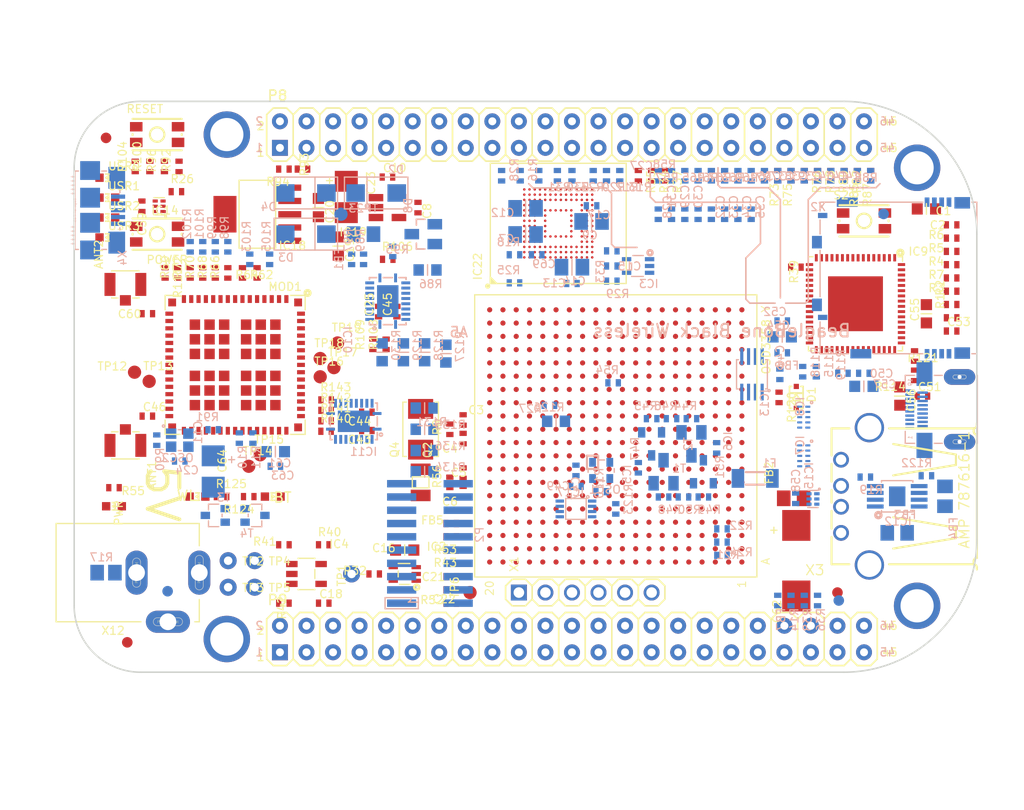
<source format=kicad_pcb>
(kicad_pcb (version 20240108) (generator "pcbnew") (generator_version "8.0")
  (layers (0 "F.Cu" signal "Top") (1 "In1.Cu" signal "VDD") (2 "In2.Cu" signal "Route3") (3 "In3.Cu" signal "Route14") (4 "In4.Cu" signal "DigitalGND") (31 "B.Cu" signal "Bottom") (34 "B.Paste" user) (35 "F.Paste" user) (36 "B.SilkS" user "B.Silkscreen") (37 "F.SilkS" user "F.Silkscreen") (38 "B.Mask" user) (39 "F.Mask" user) (44 "Edge.Cuts" user))
  (net 0 "")
  (net 1 "GND")
  (net 2 "N$6")
  (net 3 "N$7")
  (net 4 "SD.D3")
  (net 5 "SD.D1")
  (net 6 "SD.D0")
  (net 7 "SD.D2")
  (net 8 "SD.CLK")
  (net 9 "SD.CMD")
  (net 10 "N$16")
  (net 11 "N$17")
  (net 12 "N$18")
  (net 13 "LCD.D15.R4--R7")
  (net 14 "LCD.D14.R3--R6")
  (net 15 "LCD.D13.R2--R5")
  (net 16 "LCD.D12.R1--R4")
  (net 17 "LCD.D11.R0--R3")
  (net 18 "LCD.D7.G2--G4")
  (net 19 "LCD.D6.G1--G3")
  (net 20 "LCD.D5.G0--G2")
  (net 21 "LCD.D10.G5--G7")
  (net 22 "LCD.D9.G4--G6")
  (net 23 "LCD.D8.G3--G5")
  (net 24 "LCD.D4.B4--B7")
  (net 25 "LCD.D3.B3--B6")
  (net 26 "LCD.D2.B2--B5")
  (net 27 "LCD.ENABLE")
  (net 28 "LCD.D0.B0--B3")
  (net 29 "LCD.D1.B1--B4")
  (net 30 "LCD.VSYNC")
  (net 31 "LCD.HSYNC")
  (net 32 "LCD.CLOCK")
  (net 33 "N$36")
  (net 34 "N$37")
  (net 35 "N$8")
  (net 36 "AGND")
  (net 37 "VDD_3V3A")
  (net 38 "VDD_CORE")
  (net 39 "VDD_1V8")
  (net 40 "VDD_RTC")
  (net 41 "VDDS_DDR")
  (net 42 "VDDS_PLL")
  (net 43 "VDD_MPU")
  (net 44 "VDD_ADC")
  (net 45 "N$11")
  (net 46 "N$12")
  (net 47 "NC2")
  (net 48 "LS_BUF_OE")
  (net 49 "BT_HCI_TX.SIP")
  (net 50 "BT_HCI_RX.SIP")
  (net 51 "NC4")
  (net 52 "BT_HCI_RTS.SIP")
  (net 53 "BT_HCI_CTS.SIP")
  (net 54 "I2C0_SDA")
  (net 55 "I2C0_SCL")
  (net 56 "USB.CLIENT.D-")
  (net 57 "USB.CLIENT.D+")
  (net 58 "USB.CLIENT.ID")
  (net 59 "USB_DC")
  (net 60 "USB.HOST.D+")
  (net 61 "USB.HOST.D-")
  (net 62 "VDD_5V")
  (net 63 "PWR_BUT")
  (net 64 "VDD_3V3B")
  (net 65 "VIN_BAT")
  (net 66 "BAT_VOLT")
  (net 67 "BAT_TEMP")
  (net 68 "N$22")
  (net 69 "SD.CD")
  (net 70 "PMIC_PGOOD")
  (net 71 "LDO_PGOOD")
  (net 72 "PMIC_INT")
  (net 73 "PMIC_NWAKEUP")
  (net 74 "VDD_3V3AUX")
  (net 75 "AIN0")
  (net 76 "AIN1")
  (net 77 "AIN2")
  (net 78 "AIN3")
  (net 79 "AIN4")
  (net 80 "AIN5")
  (net 81 "AIN6")
  (net 82 "AIN7")
  (net 83 "UART2_RXD")
  (net 84 "UART2_TXD")
  (net 85 "I2C1_SDA")
  (net 86 "I2C1_SCL")
  (net 87 "I2C2_SDA")
  (net 88 "I2C2_SCL")
  (net 89 "UART1_RXD")
  (net 90 "UART1_TXD")
  (net 91 "N$2")
  (net 92 "JTAG_TRSTN")
  (net 93 "JTAG_TMS")
  (net 94 "JTAG_TDI")
  (net 95 "JTAG_TCK")
  (net 96 "JTAG_TDO")
  (net 97 "JTAG_EMU0")
  (net 98 "JTAG_EMU1")
  (net 99 "CLKOUT2")
  (net 100 "N$3")
  (net 101 "XDMA_EVENT_INTRO")
  (net 102 "SYS_RESET#")
  (net 103 "TIMER5")
  (net 104 "TIMER4")
  (net 105 "TIMER7")
  (net 106 "TIMER6")
  (net 107 "UART4_RXD")
  (net 108 "UART4_TXD")
  (net 109 "EHRPWM2B")
  (net 110 "EHRPWM2A")
  (net 111 "EHRPWM1B")
  (net 112 "EHRPWM1A")
  (net 113 "N$28")
  (net 114 "N$29")
  (net 115 "N$30")
  (net 116 "N$31")
  (net 117 "EMMC_RSTN")
  (net 118 "MMC1_DAT0")
  (net 119 "MMC1_DAT1")
  (net 120 "MMC1_DAT2")
  (net 121 "MMC1_DAT3")
  (net 122 "MMC1_DAT4")
  (net 123 "MMC1_DAT5")
  (net 124 "MMC1_DAT6")
  (net 125 "MMC1_DAT7")
  (net 126 "MMC1_CMD")
  (net 127 "MMC1_CLK")
  (net 128 "USR0")
  (net 129 "USR1")
  (net 130 "USR2")
  (net 131 "USR3")
  (net 132 "N$34")
  (net 133 "SYS_5V")
  (net 134 "GPIO1_28")
  (net 135 "GPIO1_29")
  (net 136 "GPIO2_1")
  (net 137 "GPIO0_26")
  (net 138 "GPIO0_27")
  (net 139 "GPIO1_12")
  (net 140 "GPIO1_13")
  (net 141 "GPIO1_14")
  (net 142 "GPIO1_15")
  (net 143 "USB1_OC#")
  (net 144 "GPIO1_16.SIP")
  (net 145 "GPIO1_16")
  (net 146 "GPIO2_0.SIP")
  (net 147 "GPIO1_17")
  (net 148 "HDMICLK_DIS#")
  (net 149 "HDMI_INT")
  (net 150 "N$4")
  (net 151 "GPIO3_21")
  (net 152 "SPI1_SCLK")
  (net 153 "SPI1_D0")
  (net 154 "SPI1_D1")
  (net 155 "SPI1_CS0")
  (net 156 "GPIO3_19")
  (net 157 "N$48")
  (net 158 "N$49")
  (net 159 "GPIO0_7")
  (net 160 "MCU.LCD.CLK")
  (net 161 "MCU.LCD.VS")
  (net 162 "MCU.LCD.HS")
  (net 163 "MCU.LCD.EN")
  (net 164 "N$45")
  (net 165 "N$20")
  (net 166 "USB1_DRVVBUS")
  (net 167 "UART0_TXD")
  (net 168 "UART0_RXD")
  (net 169 "UART0_RST#")
  (net 170 "N$50")
  (net 171 "N$51")
  (net 172 "N$52")
  (net 173 "N$53")
  (net 174 "N$54")
  (net 175 "N$42")
  (net 176 "12M_LOOP")
  (net 177 "N$58")
  (net 178 "12MHZ")
  (net 179 "N$47")
  (net 180 "TX->RX")
  (net 181 "RX<-TX")
  (net 182 "HDMI_1V8")
  (net 183 "TEST")
  (net 184 "DVI_5V")
  (net 185 "HDMI.DSDA")
  (net 186 "HDMI.DSCL")
  (net 187 "EXT_SWING")
  (net 188 "HPD")
  (net 189 "CEC")
  (net 190 "N$66")
  (net 191 "TX2+")
  (net 192 "TX2-")
  (net 193 "TX1+")
  (net 194 "TX1-")
  (net 195 "TX0+")
  (net 196 "TX0-")
  (net 197 "TXC+")
  (net 198 "TXC-")
  (net 199 "VBUS.HOST")
  (net 200 "VBUS.OUT")
  (net 201 "USB1_VBUS")
  (net 202 "N$1")
  (net 203 "32.768KHZ")
  (net 204 "BT_HCI_RTS")
  (net 205 "BT_HCI_CTS")
  (net 206 "BT_HCI_TX")
  (net 207 "BT_HCI_RX")
  (net 208 "WL_SDIO_CMD")
  (net 209 "WL_SDIO_CLK")
  (net 210 "WL_SDIO_D0")
  (net 211 "WL_SDIO_D1")
  (net 212 "WL_SDIO_D2")
  (net 213 "WL_SDIO_D3")
  (net 214 "WL_IRQ")
  (net 215 "WL_EN")
  (net 216 "BT_EN")
  (net 217 "SLOW_CLK")
  (net 218 "N$5")
  (net 219 "N$9")
  (net 220 "5V_IN")
  (net 221 "SELECT_5V")
  (net 222 "N$13")
  (net 223 "N$14")
  (net 224 "N$15")
  (net 225 "N$19")
  (net 226 "N$33")
  (net 227 "N$35")
  (net 228 "N$38")
  (net 229 "N$39")
  (net 230 "N$40")
  (net 231 "N$41")
  (net 232 "N$43")
  (net 233 "N$44")
  (net 234 "WL_SDIO_D0.SIP")
  (net 235 "WL_SDIO_D1.SIP")
  (net 236 "WL_SDIO_D2.SIP")
  (net 237 "WL_SDIO_D3.SIP")
  (net 238 "WL_SDIO_CLK.SIP")
  (net 239 "WL_SDIO_CMD.SIP")
  (net 240 "WL_EN.SIP")
  (net 241 "BT_EN.SIP")
  (net 242 "WL_IRQ.SIP")
  (net 243 "N$25")
  (net 244 "N$57")
  (net 245 "N$59")
  (net 246 "CGND")
  (net 247 "N$24")
  (net 248 "N$56")
  (net 249 "NC1")
  (net 250 "NC3")
  (net 251 "N$62")
  (net 252 "N$63")
  (net 253 "N$64")
  (net 254 "N$65")
  (net 255 "N$67")
  (net 256 "N$69")
  (net 257 "N$70")
  (net 258 "N$93")
  (net 259 "N$94")
  (net 260 "N$95")
  (net 261 "N$96")
  (net 262 "ALT.WL.CMD")
  (net 263 "ALT.BT.EN")
  (net 264 "ALT.BUFF.OE")
  (net 265 "ALT.WL.CLK")
  (net 266 "ALT.WL.EN")
  (net 267 "ALT.WL.IRQ")
  (net 268 "ALT.WL.D0")
  (net 269 "ALT.WL.D1")
  (net 270 "ALT.WL.D2")
  (net 271 "ALT.WL.D3")
  (net 272 "3.3V-WIFI")
  (footprint "FIDUCIAL_40MIL" (layer "F.Cu") (at 178.3461 124.6886)
    (property "Reference" "FUD1" (hide yes))
    (property "Value" "FIDUCIAL" (hide yes))
  )
  (footprint "FIDUCIAL_40MIL" (layer "F.Cu") (at 108.3691 81.1911 -90)
    (property "Reference" "FUD2" (hide yes))
    (property "Value" "FIDUCIAL" (hide yes))
  )
  (footprint "FIDUCIAL_40MIL" (layer "F.Cu") (at 110.4011 129.4511)
    (property "Reference" "FUD3" (hide yes))
    (property "Value" "FIDUCIAL" (hide yes))
  )
  (footprint "C0402K" (layer "F.Cu") (at 142.5321 108.1786 -90)
    (property "Reference" "C3")
    (property "Value" "18pF, 50V")
  )
  (footprint "C0402K" (layer "F.Cu") (at 142.5321 109.9566 90)
    (property "Reference" "C4")
    (property "Value" "18pF, 50V")
  )
  (footprint "R0402" (layer "F.Cu") (at 141.3891 118.0846)
    (property "Reference" "FB5")
    (property "Value" "1k BLM15AG102SN1D")
  )
  (footprint "0603-LED" (layer "F.Cu") (at 108.4961 90.7161 -90)
    (property "Reference" "USR3")
    (property "Value" "LTST-C191TBKT")
  )
  (footprint "0603-LED" (layer "F.Cu") (at 108.4961 88.8111 -90)
    (property "Reference" "USR2")
    (property "Value" "LTST-C191TBKT")
  )
  (footprint "0603-LED" (layer "F.Cu") (at 108.4961 86.9061 -90)
    (property "Reference" "USR1")
    (property "Value" "LTST-C191TBKT")
  )
  (footprint "0603-LED" (layer "F.Cu") (at 109.1311 116.4336 -90)
    (property "Reference" "PWR")
    (property "Value" "LTST-C191TBKT")
  )
  (footprint "R0402" (layer "F.Cu") (at 134.0231 122.9106)
    (property "Reference" "R32")
    (property "Value" "10k, 1%")
  )
  (footprint "R0402" (layer "F.Cu") (at 115.3541 83.9216 90)
    (property "Reference" "R92")
    (property "Value" "1k")
  )
  (footprint "R0402" (layer "F.Cu") (at 113.9571 83.9216 90)
    (property "Reference" "R96")
    (property "Value" "1k")
  )
  (footprint "R0402" (layer "F.Cu") (at 112.5601 83.9216 90)
    (property "Reference" "R100")
    (property "Value" "1k")
  )
  (footprint "R0402" (layer "F.Cu") (at 125.3871 120.1166)
    (property "Reference" "R41")
    (property "Value" "1.5k, 1%")
  )
  (footprint "R0402" (layer "F.Cu") (at 125.3871 125.7046)
    (property "Reference" "R42")
    (property "Value" "1.5k, 1%")
  )
  (footprint "CRYSTAL_3.2X1.5" (layer "F.Cu") (at 138.4681 114.1476 -90)
    (property "Reference" "Q2")
    (property "Value" "32.768kHz")
  )
  (footprint "C0402K" (layer "F.Cu") (at 142.5321 115.0366 90)
    (property "Reference" "C6")
    (property "Value" "18pF, 50V")
  )
  (footprint "C0402K" (layer "F.Cu") (at 142.5321 113.2586 -90)
    (property "Reference" "C5")
    (property "Value" "18pF, 50V")
  )
  (footprint "OSD3358" (layer "F.Cu") (at 157.1371 109.7026 90)
    (property "Reference" "IC1" (hide yes))
    (property "Value" "OSD3358" (hide yes))
  )
  (footprint "C0402K" (layer "F.Cu") (at 189.2681 89.5096)
    (property "Reference" "C2")
    (property "Value" ".1uF, 6.3V")
  )
  (footprint "C0603K" (layer "F.Cu") (at 186.8551 87.9856 180)
    (property "Reference" "C1")
    (property "Value" "10uF,10V")
  )
  (footprint "R0402" (layer "F.Cu") (at 141.2621 109.0676 90)
    (property "Reference" "R8")
    (property "Value" "1M, 1%")
  )
  (footprint "R0402" (layer "F.Cu") (at 189.2681 98.3996)
    (property "Reference" "R1")
    (property "Value" "10k, 1%")
  )
  (footprint "R0402" (layer "F.Cu") (at 189.2681 97.1296)
    (property "Reference" "R2")
    (property "Value" "10k, 1%")
  )
  (footprint "R0402" (layer "F.Cu") (at 189.2681 95.8596)
    (property "Reference" "R3")
    (property "Value" "10k, 1%")
  )
  (footprint "R0402" (layer "F.Cu") (at 189.2681 93.3196)
    (property "Reference" "R4")
    (property "Value" "10k, 1%")
  )
  (footprint "R0402" (layer "F.Cu") (at 189.2681 92.0496)
    (property "Reference" "R5")
    (property "Value" "10k, 1%")
  )
  (footprint "R0402" (layer "F.Cu") (at 189.2681 90.7796)
    (property "Reference" "R6")
    (property "Value" "10k, 1%")
  )
  (footprint "R0402" (layer "F.Cu") (at 189.2681 94.5896)
    (property "Reference" "R7")
    (property "Value" "10k, 1%")
  )
  (footprint "R0402" (layer "F.Cu") (at 175.1711 84.8106 -90)
    (property "Reference" "R76")
    (property "Value" "100k, 1%")
  )
  (footprint "R0402" (layer "F.Cu") (at 176.4411 84.8106 -90)
    (property "Reference" "R78")
    (property "Value" "100k, 1%")
  )
  (footprint "R0402" (layer "F.Cu") (at 177.7111 84.8106 -90)
    (property "Reference" "R80")
    (property "Value" "100k, 1%")
  )
  (footprint "R0402" (layer "F.Cu") (at 178.9811 84.8106 -90)
    (property "Reference" "R82")
    (property "Value" "100k, 1%")
  )
  (footprint "R0402" (layer "F.Cu") (at 172.6311 84.8106 90)
    (property "Reference" "R73")
    (property "Value" "100k, 1%")
  )
  (footprint "R0402" (layer "F.Cu") (at 173.9011 84.8106 90)
    (property "Reference" "R75")
    (property "Value" "100k, 1%")
  )
  (footprint "R0402" (layer "F.Cu") (at 180.2511 84.8106 90)
    (property "Reference" "R85")
    (property "Value" "100k, 1%")
  )
  (footprint "R0402" (layer "F.Cu") (at 181.5211 84.8106 90)
    (property "Reference" "R87")
    (property "Value" "100k, 1%")
  )
  (footprint "R0402" (layer "F.Cu") (at 141.3891 119.3546 180)
    (property "Reference" "R53")
    (property "Value" "4.75k, 1%")
  )
  (footprint "R0402" (layer "F.Cu") (at 141.3891 125.7046)
    (property "Reference" "R52")
    (property "Value" "4.75k, 1%")
  )
  (footprint "C0402K" (layer "F.Cu") (at 141.3891 124.4346 180)
    (property "Reference" "C22")
    (property "Value" ".1uF, 6.3V")
  )
  (footprint "R0402" (layer "F.Cu") (at 141.3891 120.6246 180)
    (property "Reference" "R43")
    (property "Value" "4.75k, 1%")
  )
  (footprint "C0402K" (layer "F.Cu") (at 141.3891 123.1646)
    (property "Reference" "C21")
    (property "Value" ".1uF, 6.3V")
  )
  (footprint "C0603K" (layer "F.Cu") (at 136.9441 120.6246)
    (property "Reference" "C16")
    (property "Value" "2.2uF, 6.3V")
  )
  (footprint "0603-LED" (layer "F.Cu") (at 108.4961 85.0011 -90)
    (property "Reference" "USR0")
    (property "Value" "LTST-C191TBKT")
  )
  (footprint "R0402" (layer "F.Cu") (at 111.1631 83.9216 90)
    (property "Reference" "R104")
    (property "Value" "1k")
  )
  (footprint "R0402" (layer "F.Cu") (at 109.1311 114.6556 180)
    (property "Reference" "R55")
    (property "Value" "4.75k, 1%")
  )
  (footprint "R0402" (layer "F.Cu") (at 160.5661 84.8106 -90)
    (property "Reference" "R34")
    (property "Value" "22")
  )
  (footprint "R0402" (layer "F.Cu") (at 159.2961 84.8106 -90)
    (property "Reference" "R35")
    (property "Value" "0, 1%")
  )
  (footprint "R0402" (layer "F.Cu") (at 161.8361 84.8106 -90)
    (property "Reference" "R37")
    (property "Value" "0, 1%")
  )
  (footprint "R0402" (layer "F.Cu") (at 174.3711 93.5586)
    (property "Reference" "R39")
    (property "Value" "0, 1%")
  )
  (footprint "R0402" (layer "F.Cu") (at 115.1001 86.3346)
    (property "Reference" "R26")
    (property "Value" "0, 1%")
  )
  (footprint "SOT23-5(MICROCHIP)" (layer "F.Cu") (at 127.5461 122.9106 -90)
    (property "Reference" "IC4")
    (property "Value" "24LC32AT-I/OT")
  )
  (footprint "R0402" (layer "F.Cu") (at 129.1971 120.1166)
    (property "Reference" "R40")
    (property "Value" "10k, 1%")
  )
  (footprint "C0402K" (layer "F.Cu") (at 129.1971 125.7046)
    (property "Reference" "C18")
    (property "Value" ".1uF, 6.3V")
  )
  (footprint "TESTPAD_W_HOLE_1X1" (layer "F.Cu") (at 131.8641 122.9106 -90)
    (property "Reference" "TP1")
    (property "Value" "TESTPAD/W_HOLE_1X1")
  )
  (footprint "MINI_PUSHBUTTON" (layer "F.Cu") (at 113.2586 80.8736)
    (property "Reference" "RESET")
    (property "Value" "MINI_PUSHBUTTON")
  )
  (footprint "MINI_PUSHBUTTON" (layer "F.Cu") (at 180.8861 89.1286)
    (property "Reference" "S2")
    (property "Value" "MINI_PUSHBUTTON")
  )
  (footprint "MINI_PUSHBUTTON" (layer "F.Cu") (at 113.2586 90.3986 180)
    (property "Reference" "POWER")
    (property "Value" "MINI_PUSHBUTTON")
  )
  (footprint "SOT804-4(NXP)" (layer "F.Cu") (at 180.0711 97.0586 -90)
    (property "Reference" "IC9")
    (property "Value" "TDA19988BHN/C1,557")
  )
  (footprint "SON-6(TI)-DRY" (layer "F.Cu") (at 113.4491 87.7316 90)
    (property "Reference" "IC14")
    (property "Value" "TPD4S012DRY")
  )
  (footprint "TESTPAD_W_HOLE_1X1" (layer "F.Cu") (at 120.0531 121.6406)
    (property "Reference" "TP2")
    (property "Value" "TESTPAD/W_HOLE_1X1")
  )
  (footprint "TESTPAD_W_HOLE_1X1" (layer "F.Cu") (at 120.0531 124.1806)
    (property "Reference" "TP3")
    (property "Value" "TESTPAD/W_HOLE_1X1")
  )
  (footprint "TESTPAD_W_HOLE_1X1" (layer "F.Cu") (at 122.5931 121.6406)
    (property "Reference" "TP4")
    (property "Value" "TESTPAD/W_HOLE_1X1")
  )
  (footprint "TESTPAD_W_HOLE_1X1" (layer "F.Cu") (at 122.5931 124.1806)
    (property "Reference" "TP5")
    (property "Value" "TESTPAD/W_HOLE_1X1")
  )
  (footprint "SOD323(NXP)REFLOW" (layer "F.Cu") (at 174.4091 106.0196 -90)
    (property "Reference" "D1")
    (property "Value" "RB751V40,115")
  )
  (footprint "TH-2X23" (layer "F.Cu") (at 152.9461 80.8736)
    (property "Reference" "P8")
    (property "Value" "")
  )
  (footprint "TH-2X23" (layer "F.Cu") (at 152.9461 129.1336)
    (property "Reference" "P9")
    (property "Value" "")
  )
  (footprint "TH-1X6" (layer "F.Cu") (at 154.2161 124.6886)
    (property "Reference" "X1")
    (property "Value" "")
  )
  (footprint "0805-RESISTOR" (layer "F.Cu") (at 174.1551 115.6716)
    (property "Reference" "FB2")
    (property "Value" "2.5k Ohm (BLM18BD252SN1D)")
  )
  (footprint "R0402" (layer "F.Cu") (at 185.7211 103.9086 90)
    (property "Reference" "R114")
    (property "Value" "0, 1%")
  )
  (footprint "R0402" (layer "F.Cu") (at 172.7581 106.0196 -90)
    (property "Reference" "R120")
    (property "Value" "27k, 1%")
  )
  (footprint "R0402" (layer "F.Cu") (at 185.7211 102.0586 90)
    (property "Reference" "R121")
    (property "Value" "10k, 1%")
  )
  (footprint "C0402K" (layer "F.Cu") (at 186.4741 105.8926)
    (property "Reference" "C51")
    (property "Value" ".1uF, 6.3V")
  )
  (footprint "C0402K" (layer "F.Cu") (at 189.2681 99.6696)
    (property "Reference" "C53")
    (property "Value" ".1uF, 6.3V")
  )
  (footprint "C0603K" (layer "F.Cu") (at 186.8551 98.0186 90)
    (property "Reference" "C55")
    (property "Value" "2.2uF, 6.3V")
  )
  (footprint "C0603K" (layer "F.Cu") (at 184.3151 105.8926 -90)
    (property "Reference" "C56")
    (property "Value" "2.2uF, 6.3V")
  )
  (footprint "C0402K" (layer "F.Cu") (at 111.7981 87.7316 90)
    (property "Reference" "C59")
    (property "Value" ".1uF, 6.3V")
  )
  (footprint "D_7343-31W" (layer "F.Cu") (at 174.4091 121.6406 90)
    (property "Reference" "C62")
    (property "Value" "220uF 6.3V")
  )
  (footprint "B1,27" (layer "F.Cu") (at 143.1925 124.6886 90)
    (property "Reference" "TP6")
    (property "Value" "PTR1B1,27")
  )
  (footprint "CRYSTAL_5X3.2MM" (layer "F.Cu") (at 138.4681 109.0676 90)
    (property "Reference" "Q4")
    (property "Value" "24 MHz")
  )
  (footprint "MOC-100(TI)" (layer "F.Cu") (at 120.7211 102.9086 180)
    (property "Reference" "MOD1")
    (property "Value" "WL1835MODGBMOCT")
  )
  (footprint "R0402" (layer "F.Cu") (at 127.1651 84.1756 180)
    (property "Reference" "R93")
    (property "Value" "7.15k")
  )
  (footprint "R0402" (layer "F.Cu") (at 125.3871 84.1756 180)
    (property "Reference" "R94")
    (property "Value" "4.12k")
  )
  (footprint "R0402" (layer "F.Cu") (at 135.3211 92.8086)
    (property "Reference" "R106")
    (property "Value" "1.5k")
  )
  (footprint "SOT-223(DCQ_R-PDSO-G6_TI)" (layer "F.Cu") (at 122.8471 88.4936 90)
    (property "Reference" "IC18")
    (property "Value" "TL1963ADCQR")
  )
  (footprint "C0603K" (layer "F.Cu") (at 130.5941 91.5416 -90)
    (property "Reference" "C19")
    (property "Value" "10uF, 6.3V")
  )
  (footprint "C0603K" (layer "F.Cu") (at 128.6891 87.8586 -90)
    (property "Reference" "C20")
    (property "Value" "10uF, 6.3V")
  )
  (footprint "C0402K" (layer "F.Cu") (at 134.4461 97.8086 90)
    (property "Reference" "C25")
    (property "Value" ".1uF, 6.3V")
  )
  (footprint "C0402K" (layer "F.Cu") (at 133.3211 109.1836 180)
    (property "Reference" "C43")
    (property "Value" ".1uF, 6.3V")
  )
  (footprint "C0402K" (layer "F.Cu") (at 133.3211 107.4336 180)
    (property "Reference" "C44")
    (property "Value" ".1uF, 6.3V")
  )
  (footprint "C0402K" (layer "F.Cu") (at 136.1961 97.8086 90)
    (property "Reference" "C45")
    (property "Value" ".1uF, 6.3V")
  )
  (footprint "U.FL-R-SMT-1" (layer "F.Cu") (at 110.2211 110.6086 180)
    (property "Reference" "ANT1")
    (property "Value" "U.FL-R-SMT-1(10)")
  )
  (footprint "U.FL-R-SMT-1" (layer "F.Cu") (at 110.2211 95.2086)
    (property "Reference" "ANT2")
    (property "Value" "U.FL-R-SMT-1(10)")
  )
  (footprint "C0402K" (layer "F.Cu") (at 112.3211 107.8086)
    (property "Reference" "C46")
    (property "Value" "10pF")
  )
  (footprint "C0402K" (layer "F.Cu") (at 112.3211 98.0086)
    (property "Reference" "C60")
    (property "Value" "10pF")
  )
  (footprint "B1,27" (layer "F.Cu") (at 111.0961 103.6086)
    (property "Reference" "TP12")
    (property "Value" "PTR1B1,27")
  )
  (footprint "B1,27" (layer "F.Cu") (at 112.4961 104.4836)
    (property "Reference" "TP13")
    (property "Value" "PTR1B1,27")
  )
  (footprint "R0402" (layer "F.Cu") (at 135.1661 100.9396 90)
    (property "Reference" "R108")
    (property "Value" "DNP 1k")
  )
  (footprint "R0402" (layer "F.Cu") (at 133.8961 100.9396 90)
    (property "Reference" "R109")
    (property "Value" "DNP 1k")
  )
  (footprint "R0402" (layer "F.Cu") (at 114.0211 94.1086 -90)
    (property "Reference" "R111")
    (property "Value" "DNP 10k")
  )
  (footprint "B1,27" (layer "F.Cu") (at 122.0211 112.6086)
    (property "Reference" "TP14")
    (property "Value" "PTR1B1,27")
  )
  (footprint "B1,27" (layer "F.Cu") (at 123.1211 111.5086)
    (property "Reference" "TP15")
    (property "Value" "PTR1B1,27")
  )
  (footprint "B1,27" (layer "F.Cu") (at 128.8586 104.0461)
    (property "Reference" "TP16")
    (property "Value" "PTR1B1,27")
  )
  (footprint "B1,27" (layer "F.Cu") (at 130.1711 103.1711)
    (property "Reference" "TP17")
    (property "Value" "PTR1B1,27")
  )
  (footprint "B1,27" (layer "F.Cu") (at 128.8586 102.2961)
    (property "Reference" "TP18")
    (property "Value" "PTR1B1,27")
  )
  (footprint "B1,27" (layer "F.Cu") (at 130.5211 100.8086)
    (property "Reference" "TP19")
    (property "Value" "PTR1B1,27")
  )
  (footprint "C0402K" (layer "F.Cu") (at 118.6211 111.3961 -90)
    (property "Reference" "C64")
    (property "Value" "1uF, 6.3V")
  )
  (footprint "0603-LED" (layer "F.Cu") (at 124.3211 115.5086 90)
    (property "Reference" "BT")
    (property "Value" "LTST-C191TBKT")
  )
  (footprint "0603-LED" (layer "F.Cu") (at 117.1211 115.5086 -90)
    (property "Reference" "WL")
    (property "Value" "LTST-C191TBKT")
  )
  (footprint "R0402" (layer "F.Cu") (at 122.0211 115.5086 180)
    (property "Reference" "R124")
    (property "Value" "1k")
  )
  (footprint "R0402" (layer "F.Cu") (at 119.4211 115.5086)
    (property "Reference" "R125")
    (property "Value" "1k")
  )
  (footprint "MOUNTING_HOLE" (layer "F.Cu") (at 119.9261 80.8736)
    (property "Reference" "MGT1" (hide yes))
    (property "Value" "MOUNTING_HOLE" (hide yes))
  )
  (footprint "MOUNTING_HOLE" (layer "F.Cu") (at 185.9661 84.0486)
    (property "Reference" "MGT2" (hide yes))
    (property "Value" "MOUNTING_HOLE" (hide yes))
  )
  (footprint "MOUNTING_HOLE" (layer "F.Cu") (at 185.9661 125.9586)
    (property "Reference" "MGT3" (hide yes))
    (property "Value" "MOUNTING_HOLE" (hide yes))
  )
  (footprint "MOUNTING_HOLE" (layer "F.Cu") (at 119.9261 129.1336)
    (property "Reference" "MGT4" (hide yes))
    (property "Value" "MOUNTING_HOLE" (hide yes))
  )
  (footprint "USB_HOST_HORIZONTAL_W_CHASSIS_GND" (layer "F.Cu") (at 191.6811 115.4811 90)
    (property "Reference" "X3")
    (property "Value" "")
  )
  (footprint "SOT23-5" (layer "F.Cu") (at 135.2931 87.8586 90)
    (property "Reference" "IC19")
    (property "Value" "AP2112K-1.8TRG1 3.3V")
  )
  (footprint "C0402K" (layer "F.Cu") (at 138.2141 87.8586 -90)
    (property "Reference" "C8")
    (property "Value" "1uF")
  )
  (footprint "C0402K" (layer "F.Cu") (at 135.2931 84.9376)
    (property "Reference" "C10")
    (property "Value" "1uF")
  )
  (footprint "SC70(TI-DCK)" (layer "F.Cu") (at 136.9441 122.9106 -90)
    (property "Reference" "IC2")
    (property "Value" "SN74LVC1G07DCK")
  )
  (footprint "MICRON_EMMC_153" (layer "F.Cu") (at 151.6336 89.3711 90)
    (property "Reference" "IC22")
    (property "Value" "")
  )
  (footprint "R0402" (layer "F.Cu") (at 115.2211 94.1086 90)
    (property "Reference" "R60")
    (property "Value" "33, 5%")
  )
  (footprint "R0402" (layer "F.Cu") (at 122.8211 94.1086 90)
    (property "Reference" "R62")
    (property "Value" "33, 5%")
  )
  (footprint "R0402" (layer "F.Cu") (at 121.4211 94.1086 90)
    (property "Reference" "R64")
    (property "Value" "33, 5%")
  )
  (footprint "R0402" (layer "F.Cu") (at 120.0211 94.1086 90)
    (property "Reference" "R66")
    (property "Value" "33, 5%")
  )
  (footprint "R0402" (layer "F.Cu") (at 118.8211 94.1086 90)
    (property "Reference" "R68")
    (property "Value" "33, 5%")
  )
  (footprint "R0402" (layer "F.Cu") (at 117.6211 94.1086 90)
    (property "Reference" "R70")
    (property "Value" "33, 5%")
  )
  (footprint "R0402" (layer "F.Cu") (at 116.4211 94.1086 90)
    (property "Reference" "R72")
    (property "Value" "33, 5%")
  )
  (footprint "R0402" (layer "F.Cu") (at 129.4211 109.2586)
    (property "Reference" "R140")
    (property "Value" "33, 5%")
  )
  (footprint "R0402" (layer "F.Cu") (at 129.4211 108.2586)
    (property "Reference" "R141")
    (property "Value" "33, 5%")
  )
  (footprint "R0402" (layer "F.Cu") (at 129.4211 107.2586)
    (property "Reference" "R142")
    (property "Value" "33, 5%")
  )
  (footprint "R0402" (layer "F.Cu") (at 129.4211 106.2586)
    (property "Reference" "R143")
    (property "Value" "33, 5%")
  )
  (footprint "CT3528" (layer "F.Cu") (at 131.3561 86.8426 -90)
    (property "Reference" "C23")
    (property "Value" "47uF DNP")
  )
  (footprint "R0402" (layer "F.Cu") (at 141.2621 114.1476 90)
    (property "Reference" "R56")
    (property "Value" "DNP 1M, 1%")
  )
  (footprint "PJ-102B_POWER_CON" (layer "F.Cu") (at 111.2901 122.7836 180)
    (property "Reference" "X12")
    (property "Value" "")
    (fp_line (start 0.381 -1.016) (end 0.381 1.016) (stroke (width 0.05)) (layer "Edge.Cuts"))
    (fp_line (start -0.381 1.016) (end -0.381 -1.016) (stroke (width 0.05)) (layer "Edge.Cuts"))
    (fp_line (start -1.984 -4.319) (end -4.016 -4.319) (stroke (width 0.05)) (layer "Edge.Cuts"))
    (fp_line (start -4.016 -5.081) (end -1.984 -5.081) (stroke (width 0.05)) (layer "Edge.Cuts"))
    (fp_line (start -5.619 -1.27) (end -5.619 1.27) (stroke (width 0.05)) (layer "Edge.Cuts"))
    (fp_line (start -6.381 1.27) (end -6.381 -1.27) (stroke (width 0.05)) (layer "Edge.Cuts"))
    (fp_arc (start 0.381 1.016) (mid 0 1.397) (end -0.381 1.016) (stroke (width 0.05)) (layer "Edge.Cuts"))
    (fp_arc (start -0.381 -1.016) (mid 0 -1.397) (end 0.381 -1.016) (stroke (width 0.05)) (layer "Edge.Cuts"))
    (fp_arc (start -1.984 -5.081) (mid -1.603 -4.7) (end -1.984 -4.319) (stroke (width 0.05)) (layer "Edge.Cuts"))
    (fp_arc (start -4.016 -4.319) (mid -4.397 -4.7) (end -4.016 -5.081) (stroke (width 0.05)) (layer "Edge.Cuts"))
    (fp_arc (start -5.619 1.27) (mid -6 1.651) (end -6.381 1.27) (stroke (width 0.05)) (layer "Edge.Cuts"))
    (fp_arc (start -6.381 -1.27) (mid -6 -1.651) (end -5.619 -1.27) (stroke (width 0.05)) (layer "Edge.Cuts"))
  )
  (footprint "R0402" (layer "B.Cu") (at 167.2971 121.1326 180)
    (property "Reference" "R24")
    (property "Value" "10k, 1%")
  )
  (footprint "R0402" (layer "B.Cu") (at 167.2971 118.5926 180)
    (property "Reference" "R22")
    (property "Value" "4.75k, 1%")
  )
  (footprint "R0402" (layer "B.Cu") (at 167.2971 119.8626)
    (property "Reference" "R21")
    (property "Value" "4.75k, 1%")
  )
  (footprint "R0402" (layer "B.Cu") (at 163.7411 84.8106 -90)
    (property "Reference" "R58")
    (property "Value" "100k, 1%")
  )
  (footprint "R0402" (layer "B.Cu") (at 162.4711 84.8106 90)
    (property "Reference" "R57")
    (property "Value" "100k, 1%")
  )
  (footprint "R0402" (layer "B.Cu") (at 166.2811 84.8106 90)
    (property "Reference" "R61")
    (property "Value" "100k, 1%")
  )
  (footprint "R0402" (layer "B.Cu") (at 168.8211 84.8106 90)
    (property "Reference" "R63")
    (property "Value" "100k, 1%")
  )
  (footprint "R0402" (layer "B.Cu") (at 165.0111 84.8106 90)
    (property "Reference" "R65")
    (property "Value" "100k, 1%")
  )
  (footprint "R0402" (layer "B.Cu") (at 167.5511 84.8106 90)
    (property "Reference" "R67")
    (property "Value" "100k, 1%")
  )
  (footprint "R0402" (layer "B.Cu") (at 170.0911 84.8106 90)
    (property "Reference" "R69")
    (property "Value" "100k, 1%")
  )
  (footprint "R0402" (layer "B.Cu") (at 171.3611 84.8106 90)
    (property "Reference" "R71")
    (property "Value" "100k, 1%")
  )
  (footprint "R0402" (layer "B.Cu") (at 181.5211 84.8106 90)
    (property "Reference" "R88")
    (property "Value" "100, 1%")
  )
  (footprint "R0402" (layer "B.Cu") (at 173.9011 125.4506 90)
    (property "Reference" "R14")
    (property "Value" "0, 1%")
  )
  (footprint "R0402" (layer "B.Cu") (at 172.6311 125.4506 90)
    (property "Reference" "FB7")
    (property "Value" "1k BLM15AG102SN1D")
  )
  (footprint "R0402" (layer "B.Cu") (at 156.7561 94.8944)
    (property "Reference" "R29")
    (property "Value" "0, 1%")
  )
  (footprint "C0402K" (layer "B.Cu") (at 156.7561 93.4466 180)
    (property "Reference" "C15")
    (property "Value" ".1uF, 6.3V")
  )
  (footprint "R0402" (layer "B.Cu") (at 156.2481 84.8106 90)
    (property "Reference" "R12")
    (property "Value" "10k, 1%")
  )
  (footprint "R0402" (layer "B.Cu") (at 157.5181 84.8106 90)
    (property "Reference" "R13")
    (property "Value" "10k, 1%")
  )
  (footprint "R0402" (layer "B.Cu") (at 147.9931 84.8106 90)
    (property "Reference" "R16")
    (property "Value" "10k, 1%")
  )
  (footprint "R0402" (layer "B.Cu") (at 147.4461 92.3711 180)
    (property "Reference" "R18")
    (property "Value" "10k, 1%")
  )
  (footprint "R0402" (layer "B.Cu") (at 154.9781 84.8106 90)
    (property "Reference" "R20")
    (property "Value" "10k, 1%")
  )
  (footprint "R0402" (layer "B.Cu") (at 152.9461 84.8106 90)
    (property "Reference" "R23")
    (property "Value" "10k, 1%")
  )
  (footprint "R0402" (layer "B.Cu") (at 147.4461 95.0586 180)
    (property "Reference" "R25")
    (property "Value" "10k, 1%")
  )
  (footprint "R0402" (layer "B.Cu") (at 146.2151 84.8106 90)
    (property "Reference" "R28")
    (property "Value" "10k, 1%")
  )
  (footprint "R0402" (layer "B.Cu") (at 151.5491 84.8106 90)
    (property "Reference" "R30")
    (property "Value" "10k, 1%")
  )
  (footprint "R0402" (layer "B.Cu") (at 149.7711 84.8106 90)
    (property "Reference" "R31")
    (property "Value" "10k, 1%")
  )
  (footprint "R0402" (layer "B.Cu") (at 156.7561 91.9988)
    (property "Reference" "R33")
    (property "Value" "10k, 1%")
  )
  (footprint "C0402K" (layer "B.Cu") (at 161.2011 84.8106 -90)
    (property "Reference" "C27")
    (property "Value" "47pF, 6.3V")
  )
  (footprint "C0402K" (layer "B.Cu") (at 161.2011 88.4936 90)
    (property "Reference" "C28")
    (property "Value" "47pF, 6.3V")
  )
  (footprint "C0402K" (layer "B.Cu") (at 163.7411 88.4936 -90)
    (property "Reference" "C29")
    (property "Value" "47pF, 6.3V")
  )
  (footprint "C0402K" (layer "B.Cu") (at 165.0111 88.4936 -90)
    (property "Reference" "C30")
    (property "Value" "47pF, 6.3V")
  )
  (footprint "C0402K" (layer "B.Cu") (at 162.4711 88.4936 -90)
    (property "Reference" "C31")
    (property "Value" "47pF, 6.3V")
  )
  (footprint "C0402K" (layer "B.Cu") (at 166.2811 88.4936 90)
    (property "Reference" "C32")
    (property "Value" "47pF, 6.3V")
  )
  (footprint "C0402K" (layer "B.Cu") (at 167.5511 88.4936 90)
    (property "Reference" "C33")
    (property "Value" "47pF, 6.3V")
  )
  (footprint "C0402K" (layer "B.Cu") (at 168.8211 88.4936 90)
    (property "Reference" "C34")
    (property "Value" "47pF, 6.3V")
  )
  (footprint "C0402K" (layer "B.Cu") (at 170.0911 88.4936 90)
    (property "Reference" "C35")
    (property "Value" "47pF, 6.3V")
  )
  (footprint "C0402K" (layer "B.Cu") (at 172.6311 84.8106 90)
    (property "Reference" "C36")
    (property "Value" "47pF, 6.3V")
  )
  (footprint "C0402K" (layer "B.Cu") (at 173.9011 84.8106 90)
    (property "Reference" "C37")
    (property "Value" "47pF, 6.3V")
  )
  (footprint "C0402K" (layer "B.Cu") (at 175.1711 84.8106 90)
    (property "Reference" "C38")
    (property "Value" "47pF, 6.3V")
  )
  (footprint "C0402K" (layer "B.Cu") (at 176.4411 84.8106 90)
    (property "Reference" "C39")
    (property "Value" "47pF, 6.3V")
  )
  (footprint "C0402K" (layer "B.Cu") (at 180.2511 84.8106 90)
    (property "Reference" "C40")
    (property "Value" "47pF, 6.3V")
  )
  (footprint "C0402K" (layer "B.Cu") (at 178.9811 84.8106 90)
    (property "Reference" "C41")
    (property "Value" "47pF, 6.3V")
  )
  (footprint "C0402K" (layer "B.Cu") (at 177.7111 84.8106 90)
    (property "Reference" "C42")
    (property "Value" "47pF, 6.3V")
  )
  (footprint "C0805K" (layer "B.Cu") (at 148.5086 90.4336)
    (property "Reference" "C7")
    (property "Value" "4.7uF, 6.3V")
  )
  (footprint "C0805K" (layer "B.Cu") (at 148.5086 87.9336)
    (property "Reference" "C12")
    (property "Value" "2.2uF, 6.3V")
  )
  (footprint "C0402K" (layer "B.Cu") (at 152.9461 95.1211)
    (property "Reference" "C13")
    (property "Value" ".1uF, 6.3V")
  )
  (footprint "C0805K" (layer "B.Cu") (at 152.9461 93.5586)
    (property "Reference" "C14")
    (property "Value" "2.2uF, 6.3V")
  )
  (footprint "C0402K" (layer "B.Cu") (at 154.8211 87.6836)
    (property "Reference" "C17")
    (property "Value" ".1uF, 6.3V")
  )
  (footprint "C0805K" (layer "B.Cu") (at 154.8211 89.1836)
    (property "Reference" "C9")
    (property "Value" "2.2uF, 6.3V")
  )
  (footprint "R0402" (layer "B.Cu") (at 176.4411 125.4506 90)
    (property "Reference" "R36")
    (property "Value" "0, 1%")
  )
  (footprint "R0402" (layer "B.Cu") (at 175.1711 125.4506 90)
    (property "Reference" "R38")
    (property "Value" "0, 1%")
  )
  (footprint "R0402" (layer "B.Cu") (at 150.7871 106.7816)
    (property "Reference" "R27")
    (property "Value" "0, 1%")
  )
  (footprint "R0402" (layer "B.Cu") (at 181.0131 113.6396)
    (property "Reference" "R19")
    (property "Value" "10k, 1%")
  )
  (footprint "DBZ_R-PDSO-G3" (layer "B.Cu") (at 160.5661 110.4646)
    (property "Reference" "IC5")
    (property "Value" "TLVH431 (SOT-23-3)")
  )
  (footprint "DBZ_R-PDSO-G3" (layer "B.Cu") (at 165.5191 113.1316 180)
    (property "Reference" "IC6")
    (property "Value" "DNP TLVH431 (SOT-23-3)")
  )
  (footprint "R0402" (layer "B.Cu") (at 164.3761 108.0516 180)
    (property "Reference" "R44")
    (property "Value" "499")
  )
  (footprint "R0402" (layer "B.Cu") (at 161.7091 115.5446)
    (property "Reference" "R48")
    (property "Value" "DNP 499")
  )
  (footprint "R0402" (layer "B.Cu") (at 162.4711 108.0516 180)
    (property "Reference" "R46")
    (property "Value" "10k 1%")
  )
  (footprint "R0402" (layer "B.Cu") (at 163.6141 115.5446)
    (property "Reference" "R50")
    (property "Value" "DNP 10k 1%")
  )
  (footprint "R0402" (layer "B.Cu") (at 166.7891 110.8456 90)
    (property "Reference" "R51")
    (property "Value" "DNP 40.2k 1%")
  )
  (footprint "R0402" (layer "B.Cu") (at 159.2961 112.7506 -90)
    (property "Reference" "R47")
    (property "Value" "40.2k 1%")
  )
  (footprint "R0402" (layer "B.Cu") (at 160.5661 108.0516 180)
    (property "Reference" "R45")
    (property "Value" "DNP")
  )
  (footprint "R0402" (layer "B.Cu") (at 165.5191 115.5446)
    (property "Reference" "R49")
    (property "Value" "DNP")
  )
  (footprint "SOT23-BEC" (layer "B.Cu") (at 164.3761 110.4646)
    (property "Reference" "T1")
    (property "Value" "MMBT2907")
  )
  (footprint "SOT23-BEC" (layer "B.Cu") (at 161.7091 113.1316 180)
    (property "Reference" "T2")
    (property "Value" "DNP MMBT2907")
  )
  (footprint "FIDUCIAL_40MIL" (layer "B.Cu") (at 178.4731 125.4506 180)
    (property "Reference" "FUD4" (hide yes))
    (property "Value" "FIDUCIAL" (hide yes))
  )
  (footprint "FIDUCIAL_40MIL" (layer "B.Cu") (at 182.7615 88.4664 180)
    (property "Reference" "FUD5" (hide yes))
    (property "Value" "FIDUCIAL" (hide yes))
  )
  (footprint "FIDUCIAL_40MIL" (layer "B.Cu") (at 114.2619 124.5616 180)
    (property "Reference" "FUD6" (hide yes))
    (property "Value" "FIDUCIAL" (hide yes))
  )
  (footprint "SOT1176-1(NXP)" (layer "B.Cu") (at 175.1211 111.6086 -90)
    (property "Reference" "IC7")
    (property "Value" "IP4283CZ10-TBR")
  )
  (footprint "SOT1176-1(NXP)" (layer "B.Cu") (at 175.1211 107.9086 -90)
    (property "Reference" "IC8")
    (property "Value" "IP4283CZ10-TBR")
  )
  (footprint "MSOP-POWER.PAD-8(TI)" (layer "B.Cu") (at 184.0611 115.4811 90)
    (property "Reference" "IC12")
    (property "Value" "TPS2051BDGN")
  )
  (footprint "SON-6(TI)-DRY" (layer "B.Cu") (at 175.9966 115.7351 -90)
    (property "Reference" "IC15")
    (property "Value" "TPD4S012DRY")
  )
  (footprint "VSSOP8(TI)" (layer "B.Cu") (at 153.3271 116.6876 -90)
    (property "Reference" "IC17")
    (property "Value" "SN74LVC2G241DCUR")
  )
  (footprint "OSCILLATOR-2.5X2.0-BBB" (layer "B.Cu") (at 155.7401 113.0046)
    (property "Reference" "OSC1")
    (property "Value" "ASDMB-24.576MHZ-LC-T")
  )
  (footprint "C0402K" (layer "B.Cu") (at 153.3271 113.0046 90)
    (property "Reference" "C47")
    (property "Value" ".1uF, 6.3V")
  )
  (footprint "R0402" (layer "B.Cu") (at 155.7401 115.0366)
    (property "Reference" "R110")
    (property "Value" "33")
  )
  (footprint "SM8-8(TI)" (layer "B.Cu") (at 170.1661 103.8086 180)
    (property "Reference" "IC13")
    (property "Value" "SN74AUC1G74")
  )
  (footprint "C0402K" (layer "B.Cu") (at 172.8343 103.8098 -90)
    (property "Reference" "C48")
    (property "Value" ".1uF, 6.3V")
  )
  (footprint "R0402" (layer "B.Cu") (at 173.063 101.7524)
    (property "Reference" "FB6")
    (property "Value" "1k BLM15AG102SN1D")
  )
  (footprint "C0402K" (layer "B.Cu") (at 153.3271 114.5286)
    (property "Reference" "C49")
    (property "Value" ".1uF, 6.3V")
  )
  (footprint "SM-1206" (layer "B.Cu") (at 170.4721 113.7666 180)
    (property "Reference" "F1")
    (property "Value" "1206L025YR")
  )
  (footprint "R0402" (layer "B.Cu") (at 176.3211 103.5586 90)
    (property "Reference" "R115")
    (property "Value" "1.5k, 1%")
  )
  (footprint "R0402" (layer "B.Cu") (at 175.0211 103.5586 90)
    (property "Reference" "R118")
    (property "Value" "1.5k, 1%")
  )
  (footprint "R0402" (layer "B.Cu") (at 178.8711 103.7086)
    (property "Reference" "R119")
    (property "Value" "10k, 1%")
  )
  (footprint "C0402K" (layer "B.Cu") (at 180.8711 103.7086 180)
    (property "Reference" "C50")
    (property "Value" ".1uF, 6.3V")
  )
  (footprint "C0402K" (layer "B.Cu") (at 173.063 98.7044 180)
    (property "Reference" "C52")
    (property "Value" ".1uF, 6.3V")
  )
  (footprint "C0603K" (layer "B.Cu") (at 173.063 100.2284 180)
    (property "Reference" "C54")
    (property "Value" "2.2uF, 6.3V")
  )
  (footprint "C0603K" (layer "B.Cu") (at 180.8711 104.9586 180)
    (property "Reference" "C57")
    (property "Value" "2.2uF, 6.3V")
  )
  (footprint "0805-RESISTOR" (layer "B.Cu") (at 184.0611 118.9736 180)
    (property "Reference" "FB3")
    (property "Value" "150 Ohm 800mA")
  )
  (footprint "R0402" (layer "B.Cu") (at 186.8551 113.5126 180)
    (property "Reference" "R122")
    (property "Value" "0, 1%")
  )
  (footprint "C0402K" (layer "B.Cu") (at 174.3456 115.6716 -90)
    (property "Reference" "C58")
    (property "Value" ".1uF, 6.3V")
  )
  (footprint "0805-RESISTOR" (layer "B.Cu") (at 188.6331 115.4811 90)
    (property "Reference" "FB4")
    (property "Value" "0.1 Ohm, 0805")
  )
  (footprint "R0402" (layer "B.Cu") (at 157.1371 116.6876 90)
    (property "Reference" "R123")
    (property "Value" "100k, 1%")
  )
  (footprint "JTAG" (layer "B.Cu") (at 139.3571 119.9896 90)
    (property "Reference" "P2")
    (property "Value" "" (hide yes))
  )
  (footprint "SCHA5B0200" (layer "B.Cu") (at 190.281306 94.5896 -90)
    (property "Reference" "X2")
    (property "Value" "SCHA5B0200")
  )
  (footprint "HDMI-TYPE-D-10118241" (layer "B.Cu") (at 190.0301 107.1626 -90)
    (property "Reference" "X5" (hide yes))
    (property "Value" "10118241-001RLF" (hide yes))
    (fp_line (start -3.290362 0.4445) (end -3.290362 -0.4457) (stroke (width 0.05)) (layer "Edge.Cuts"))
    (fp_line (start 2.9095 0.4445) (end 2.9095 -0.4457) (stroke (width 0.05)) (layer "Edge.Cuts"))
    (fp_line (start -2.909362 -0.4457) (end -2.909362 0.4445) (stroke (width 0.05)) (layer "Edge.Cuts"))
    (fp_line (start 3.2905 -0.4457) (end 3.2905 0.4445) (stroke (width 0.05)) (layer "Edge.Cuts"))
    (fp_arc (start -2.909362 0.4445) (mid -3.099862 0.635) (end -3.290362 0.4445) (stroke (width 0.05)) (layer "Edge.Cuts"))
    (fp_arc (start 3.2905 0.4445) (mid 3.1 0.635) (end 2.9095 0.4445) (stroke (width 0.05)) (layer "Edge.Cuts"))
    (fp_arc (start -3.290362 -0.4457) (mid -3.099862 -0.6362) (end -2.909362 -0.4457) (stroke (width 0.05)) (layer "Edge.Cuts"))
    (fp_arc (start 2.9095 -0.4457) (mid 3.1 -0.6362) (end 3.2905 -0.4457) (stroke (width 0.05)) (layer "Edge.Cuts"))
  )
  (footprint "R-PVQFN-N20(TI)" (layer "B.Cu") (at 135.3211 96.8086 90)
    (property "Reference" "IC10")
    (property "Value" "TXS0108ERGYR")
  )
  (footprint "R-PVQFN-N20(TI)" (layer "B.Cu") (at 132.0711 108.3086 180)
    (property "Reference" "IC11")
    (property "Value" "TXS0108ERGYR")
  )
  (footprint "R0402" (layer "B.Cu") (at 133.0071 92.8116 -90)
    (property "Reference" "R89")
    (property "Value" "1k")
  )
  (footprint "R0402" (layer "B.Cu") (at 113.2211 110.1086 90)
    (property "Reference" "R90")
    (property "Value" "1k")
  )
  (footprint "R0402" (layer "B.Cu") (at 118.6211 109.1086 180)
    (property "Reference" "R91")
    (property "Value" "0 DNP")
  )
  (footprint "R0402" (layer "B.Cu") (at 135.8011 92.0496 -90)
    (property "Reference" "R95")
    (property "Value" "1M")
  )
  (footprint "R0402" (layer "B.Cu") (at 131.8641 92.8116 -90)
    (property "Reference" "R97")
    (property "Value" "DNP 1k")
  )
  (footprint "R0402" (layer "B.Cu") (at 120.0211 91.6086 -90)
    (property "Reference" "R98")
    (property "Value" "10k")
  )
  (footprint "R0402" (layer "B.Cu") (at 118.8211 91.6086 -90)
    (property "Reference" "R99")
    (property "Value" "10k")
  )
  (footprint "R0402" (layer "B.Cu") (at 117.6211 91.6086 -90)
    (property "Reference" "R101")
    (property "Value" "10k")
  )
  (footprint "R0402" (layer "B.Cu") (at 116.4211 91.6086 -90)
    (property "Reference" "R102")
    (property "Value" "10k")
  )
  (footprint "R0402" (layer "B.Cu") (at 122.1211 92.8086 -90)
    (property "Reference" "R103")
    (property "Value" "10k")
  )
  (footprint "R0402" (layer "B.Cu") (at 124.0211 92.8086 -90)
    (property "Reference" "R105")
    (property "Value" "10k")
  )
  (footprint "NZ2520S" (layer "B.Cu") (at 115.4211 110.1086)
    (property "Reference" "OSC2")
    (property "Value" "NZ2520SB-32.768KHZ-NSA3534C")
  )
  (footprint "C0402K" (layer "B.Cu") (at 115.4211 112.1086)
    (property "Reference" "C24")
    (property "Value" ".1uF, 6.3V")
  )
  (footprint "SOT23" (layer "B.Cu") (at 138.7221 90.3986 -90)
    (property "Reference" "D8")
    (property "Value" "BAT54C")
  )
  (footprint "0805-RESISTOR" (layer "B.Cu") (at 133.0071 90.3986)
    (property "Reference" "FB1")
    (property "Value" "220 Ohm 800mA")
  )
  (footprint "R0402" (layer "B.Cu") (at 121.1211 109.9086 90)
    (property "Reference" "R10")
    (property "Value" "150k")
  )
  (footprint "R0402" (layer "B.Cu") (at 122.4211 109.9086 90)
    (property "Reference" "R11")
    (property "Value" "150k")
  )
  (footprint "C0603K" (layer "B.Cu") (at 124.5711 111.2086)
    (property "Reference" "C61")
    (property "Value" "10uF, 6.3V")
  )
  (footprint "C0402K" (layer "B.Cu") (at 124.5711 112.6086)
    (property "Reference" "C63")
    (property "Value" ".1uF, 6.3V")
  )
  (footprint "R0402" (layer "B.Cu") (at 156.8831 104.6226 180)
    (property "Reference" "R54")
    (property "Value" "0, 1%")
  )
  (footprint "10118192-0001LF(MICRO-USB-B-AMPHENOL-FCI)" (layer "B.Cu") (at 106.8451 88.1126 90)
    (property "Reference" "X4")
    (property "Value" "10118192-0001LF")
  )
  (footprint "R0805" (layer "B.Cu") (at 108.3691 122.7836 180)
    (property "Reference" "R17")
    (property "Value" ".1, 0805")
  )
  (footprint "SC70(TI-DCK)" (layer "B.Cu") (at 159.2707 93.4466 90)
    (property "Reference" "IC3")
    (property "Value" "SN74LVC1G06DCK")
  )
  (footprint "SOT-323(DIODES)" (layer "B.Cu") (at 118.8211 117.3086 -90)
    (property "Reference" "T3")
    (property "Value" "BSS138W-7-F")
  )
  (footprint "SOT-323(DIODES)" (layer "B.Cu") (at 122.6211 117.3086 90)
    (property "Reference" "T4")
    (property "Value" "BSS138W-7-F")
  )
  (footprint "C0402K" (layer "B.Cu") (at 149.5711 92.3711)
    (property "Reference" "C69")
    (property "Value" ".1uF, 6.3V")
  )
  (footprint "R0603" (layer "B.Cu") (at 139.1285 93.8276)
    (property "Reference" "R86")
    (property "Value" "33, 5%")
  )
  (footprint "R0603" (layer "B.Cu") (at 151.4221 108.3056 180)
    (property "Reference" "R126")
    (property "Value" "33, 5%")
  )
  (footprint "R0603" (layer "B.Cu") (at 140.8811 101.8286 90)
    (property "Reference" "R127")
    (property "Value" "33, 5%")
  )
  (footprint "R0603" (layer "B.Cu") (at 138.8491 101.7016 90)
    (property "Reference" "R128")
    (property "Value" "33, 5%")
  )
  (footprint "R0603" (layer "B.Cu") (at 136.8171 101.7016 90)
    (property "Reference" "R129")
    (property "Value" "33, 5%")
  )
  (footprint "R0603" (layer "B.Cu") (at 134.7851 101.7016 90)
    (property "Reference" "R130")
    (property "Value" "33, 5%")
  )
  (footprint "R0603" (layer "B.Cu") (at 138.8491 107.0356)
    (property "Reference" "R131")
    (property "Value" "33, 5%")
  )
  (footprint "R0603" (layer "B.Cu") (at 138.8491 113.1316 180)
    (property "Reference" "R134")
    (property "Value" "33, 5%")
  )
  (footprint "R0603" (layer "B.Cu") (at 138.8491 109.0676 180)
    (property "Reference" "R135")
    (property "Value" "33, 5%")
  )
  (footprint "R0603" (layer "B.Cu") (at 138.8491 111.0996 180)
    (property "Reference" "R136")
    (property "Value" "33, 5%")
  )
  (footprint "DIODE_SMA" (layer "B.Cu") (at 127.4191 86.4616)
    (property "Reference" "D4")
    (property "Value" "STPS140A")
  )
  (footprint "DIODE_SMA" (layer "B.Cu") (at 134.2771 86.4616 180)
    (property "Reference" "D2")
    (property "Value" "STPS140A DNP")
  )
  (footprint "DIODE_SMA" (layer "B.Cu") (at 127.4191 90.3986)
    (property "Reference" "D3")
    (property "Value" "STPS140A")
  )
  (footprint "B1,27" (layer "B.Cu") (at 130.8481 88.4936 180)
    (property "Reference" "TP23")
    (property "Value" "PTR1B1,27")
  )
  (footprint "CT3528" (layer "B.Cu") (at 118.6211 113.1086 -90)
    (property "Reference" "C11")
    (property "Value" "47uF DNP")
  )
  (gr_line (start 159.1691 91.6686) (end 157.0355 91.6686) (stroke (width 0.15)) (layer "B.SilkS"))
  (gr_line (start 157.0355 91.6686) (end 156.7307 91.3638) (stroke (width 0.15)) (layer "B.SilkS"))
  (gr_line (start 156.7307 91.3638) (end 156.7307 86.487) (stroke (width 0.15)) (layer "B.SilkS"))
  (gr_line (start 156.7307 86.487) (end 156.2227 85.979) (stroke (width 0.15)) (layer "B.SilkS"))
  (gr_line (start 156.2227 85.979) (end 149.2123 85.979) (stroke (width 0.15)) (layer "B.SilkS"))
  (gr_line (start 149.2123 85.979) (end 148.8059 85.5726) (stroke (width 0.15)) (layer "B.SilkS"))
  (gr_line (start 173.3931 97.0026) (end 175.2981 97.0026) (stroke (width 0.15)) (layer "B.SilkS"))
  (gr_line (start 175.2981 97.0026) (end 175.5521 96.7486) (stroke (width 0.15)) (layer "B.SilkS"))
  (gr_line (start 175.5521 96.7486) (end 175.5521 87.0966) (stroke (width 0.15)) (layer "B.SilkS"))
  (gr_line (start 175.5521 87.0966) (end 176.6951 85.9536) (stroke (width 0.15)) (layer "B.SilkS"))
  (gr_line (start 176.6951 85.9536) (end 182.0291 85.9536) (stroke (width 0.15)) (layer "B.SilkS"))
  (gr_line (start 182.0291 85.9536) (end 182.4101 85.5726) (stroke (width 0.15)) (layer "B.SilkS"))
  (gr_line (start 172.8851 96.4946) (end 172.8851 87.0966) (stroke (width 0.15)) (layer "B.SilkS"))
  (gr_line (start 172.8851 87.0966) (end 171.7421 85.9536) (stroke (width 0.15)) (layer "B.SilkS"))
  (gr_line (start 171.7421 85.9536) (end 167.1701 85.9536) (stroke (width 0.15)) (layer "B.SilkS"))
  (gr_line (start 167.1701 85.9536) (end 166.9161 85.6996) (stroke (width 0.15)) (layer "B.SilkS"))
  (gr_line (start 166.9161 85.6996) (end 166.9161 84.0486) (stroke (width 0.15)) (layer "B.SilkS"))
  (gr_line (start 160.4391 84.0486) (end 160.4391 86.8426) (stroke (width 0.15)) (layer "B.SilkS"))
  (gr_line (start 160.4391 86.8426) (end 160.9471 87.3506) (stroke (width 0.15)) (layer "B.SilkS"))
  (gr_line (start 160.9471 87.3506) (end 170.5991 87.3506) (stroke (width 0.15)) (layer "B.SilkS"))
  (gr_line (start 170.5991 87.3506) (end 170.9801 87.7316) (stroke (width 0.15)) (layer "B.SilkS"))
  (gr_line (start 170.9801 87.7316) (end 170.9801 91.2876) (stroke (width 0.15)) (layer "B.SilkS"))
  (gr_line (start 170.9801 91.2876) (end 169.5831 92.6846) (stroke (width 0.15)) (layer "B.SilkS"))
  (gr_line (start 169.5831 92.6846) (end 169.5831 96.6216) (stroke (width 0.15)) (layer "B.SilkS"))
  (gr_line (start 169.5831 96.6216) (end 169.9641 97.0026) (stroke (width 0.15)) (layer "B.SilkS"))
  (gr_line (start 169.9641 97.0026) (end 172.3771 97.0026) (stroke (width 0.15)) (layer "B.SilkS"))
  (gr_line (start 111.6711 77.6986) (end 178.9811 77.6986) (stroke (width 0.15)) (layer "Edge.Cuts"))
  (gr_arc (start 191.6811 119.6086) (mid 187.961356 128.588856) (end 178.9811 132.3086) (stroke (width 0.15)) (layer "Edge.Cuts"))
  (gr_arc (start 105.3211 84.0486) (mid 107.180972 79.558472) (end 111.6711 77.6986) (stroke (width 0.15)) (layer "Edge.Cuts"))
  (gr_line (start 191.6811 90.3986) (end 191.6811 119.6086) (stroke (width 0.15)) (layer "Edge.Cuts"))
  (gr_arc (start 111.6711 132.3086) (mid 107.180972 130.448728) (end 105.3211 125.9586) (stroke (width 0.15)) (layer "Edge.Cuts"))
  (gr_line (start 105.3211 125.9586) (end 105.3211 84.0486) (stroke (width 0.15)) (layer "Edge.Cuts"))
  (gr_arc (start 178.9811 77.6986) (mid 187.961356 81.418344) (end 191.6811 90.3986) (stroke (width 0.15)) (layer "Edge.Cuts"))
  (gr_line (start 178.9811 132.3086) (end 111.6711 132.3086) (stroke (width 0.15)) (layer "Edge.Cuts"))
  (gr_text "BeagleBone Black Wireless" (at 154.8257 98.933 0) (layer "B.SilkS") (effects (font (size 1.2065 1.2065) (thickness 0.1905)) (justify right top mirror)))
  (gr_text "A5" (at 143.0909 99.7712 0) (layer "B.SilkS") (effects (font (size 0.9652 0.9652) (thickness 0.1524)) (justify left mirror)))
  (gr_text "+" (at 120.9421 112.3696 0) (layer "B.SilkS") (effects (font (size 0.77216 0.77216) (thickness 0.12192)) (justify left bottom mirror)))
  (gr_text "+" (at 171.7563 118.1692 90) (layer "F.SilkS") (effects (font (size 0.77216 0.77216) (thickness 0.12192)) (justify right top)))
  (gr_text "OSD3358" (at 171.5291 103.8846 90) (layer "F.SilkS") (effects (font (size 0.77216 0.77216) (thickness 0.12192)) (justify left)))
  (gr_text "+" (at 129.1971 85.6742 0) (layer "F.SilkS") (effects (font (size 0.77216 0.77216) (thickness 0.12192)) (justify left bottom)))
  (gr_text "5V" (at 111.9759 115.2398 270) (layer "F.SilkS") (effects (font (size 3.01625 3.01625) (thickness 0.381)) (justify bottom)))
)
</source>
